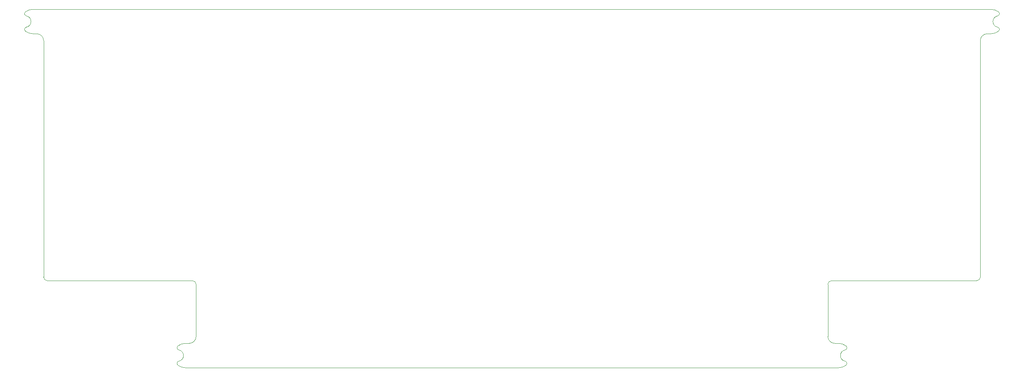
<source format=gbr>
%TF.GenerationSoftware,KiCad,Pcbnew,(7.0.0)*%
%TF.CreationDate,2023-08-24T19:00:58+02:00*%
%TF.ProjectId,QAZISOKLEWTFBBQ,51415a49-534f-44b4-9c45-575446424251,rev?*%
%TF.SameCoordinates,Original*%
%TF.FileFunction,Profile,NP*%
%FSLAX46Y46*%
G04 Gerber Fmt 4.6, Leading zero omitted, Abs format (unit mm)*
G04 Created by KiCad (PCBNEW (7.0.0)) date 2023-08-24 19:00:58*
%MOMM*%
%LPD*%
G01*
G04 APERTURE LIST*
%TA.AperFunction,Profile*%
%ADD10C,0.100000*%
%TD*%
G04 APERTURE END LIST*
D10*
X199019963Y-96111255D02*
G75*
G03*
X199019963Y-98563745I242537J-1226245D01*
G01*
X196056250Y-80962500D02*
G75*
G03*
X195262500Y-81756250I50J-793800D01*
G01*
X20057124Y-25496135D02*
G75*
G03*
X20057128Y-23043666I-242524J1226235D01*
G01*
X199229947Y-95226104D02*
G75*
G03*
X197587500Y-94662500I-1642447J-2111396D01*
G01*
X53392519Y-98563652D02*
G75*
G03*
X53182553Y-99448895I97081J-490548D01*
G01*
X21489591Y-26944910D02*
X22314591Y-26944910D01*
X21489591Y-21594910D02*
X230922604Y-21597033D01*
X23814590Y-28444910D02*
G75*
G03*
X22314591Y-26944910I-1499990J10D01*
G01*
X232565045Y-22160644D02*
G75*
G03*
X230922604Y-21597033I-1642445J-2111356D01*
G01*
X55650000Y-94662500D02*
X54825000Y-94662500D01*
X230097604Y-26947004D02*
G75*
G03*
X228597604Y-28447033I-4J-1499996D01*
G01*
X19847169Y-22158546D02*
G75*
G03*
X20057128Y-23043665I306931J-394654D01*
G01*
X230097604Y-26947033D02*
X230922604Y-26947033D01*
X23812500Y-80168750D02*
G75*
G03*
X24606250Y-80962500I793800J50D01*
G01*
X57150000Y-81756250D02*
G75*
G03*
X56356250Y-80962500I-793800J-50D01*
G01*
X199019973Y-96111307D02*
G75*
G03*
X199229947Y-95226104I-96973J490507D01*
G01*
X57150000Y-93162500D02*
X57150000Y-81756250D01*
X55650000Y-94662500D02*
G75*
G03*
X57150000Y-93162500I0J1500000D01*
G01*
X230922604Y-26947028D02*
G75*
G03*
X232565051Y-26383429I-4J2675028D01*
G01*
X232355066Y-23045784D02*
G75*
G03*
X232565051Y-22160638I-96966J490484D01*
G01*
X53182612Y-95226180D02*
G75*
G03*
X53392537Y-96111255I306988J-394620D01*
G01*
X54825000Y-94662500D02*
G75*
G03*
X53182553Y-95226104I0J-2675000D01*
G01*
X23812500Y-80168750D02*
X23814591Y-28444910D01*
X195262500Y-93162500D02*
G75*
G03*
X196762500Y-94662500I1500000J0D01*
G01*
X53392537Y-98563745D02*
G75*
G03*
X53392537Y-96111255I-242537J1226245D01*
G01*
X56356250Y-80962500D02*
X24606250Y-80962500D01*
X53182553Y-99448896D02*
G75*
G03*
X54825000Y-100012500I1642447J2111396D01*
G01*
X199229914Y-99448853D02*
G75*
G03*
X199019963Y-98563746I-306914J394653D01*
G01*
X195262500Y-81756250D02*
X195262500Y-93162500D01*
X20057128Y-25496153D02*
G75*
G03*
X19847145Y-26381305I97012J-490497D01*
G01*
X197587500Y-94662500D02*
X196762500Y-94662500D01*
X232355055Y-23045725D02*
G75*
G03*
X232355067Y-25498277I242545J-1226275D01*
G01*
X232565090Y-26383479D02*
G75*
G03*
X232355067Y-25498278I-306990J394679D01*
G01*
X197587500Y-100012500D02*
G75*
G03*
X199229947Y-99448896I0J2675000D01*
G01*
X227806250Y-80962500D02*
G75*
G03*
X228600000Y-80168750I-50J793800D01*
G01*
X228597604Y-28447033D02*
X228600000Y-80168750D01*
X21489591Y-21594903D02*
G75*
G03*
X19847144Y-22158515I9J-2674997D01*
G01*
X197587500Y-100012500D02*
X54825000Y-100012500D01*
X19847146Y-26381303D02*
G75*
G03*
X21489591Y-26944910I1642454J2111403D01*
G01*
X227806250Y-80962500D02*
X196056250Y-80962500D01*
M02*

</source>
